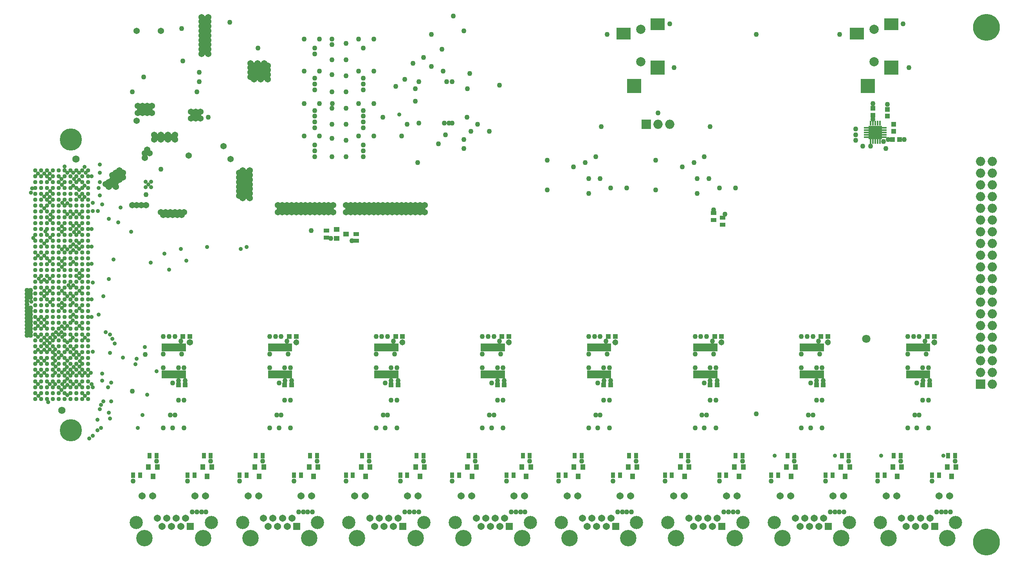
<source format=gbs>
G04 #@! TF.GenerationSoftware,KiCad,Pcbnew,(5.0.0-rc2-dev-86-gcd2224b94)*
G04 #@! TF.CreationDate,2018-04-27T13:43:40-06:00*
G04 #@! TF.ProjectId,audio_beamforming_daughter_board,617564696F5F6265616D666F726D696E,1*
G04 #@! TF.SameCoordinates,PX175d720PY88601c0*
G04 #@! TF.FileFunction,Soldermask,Bot*
G04 #@! TF.FilePolarity,Negative*
%FSLAX46Y46*%
G04 Gerber Fmt 4.6, Leading zero omitted, Abs format (unit mm)*
G04 Created by KiCad (PCBNEW (5.0.0-rc2-dev-86-gcd2224b94)) date Fri Apr 27 13:43:40 2018*
%MOMM*%
%LPD*%
G01*
G04 APERTURE LIST*
%ADD10C,1.011200*%
%ADD11R,3.004800X3.004800*%
%ADD12R,0.990000X0.420000*%
%ADD13R,0.420000X0.990000*%
%ADD14C,0.911200*%
%ADD15C,3.554800*%
%ADD16C,2.854800*%
%ADD17C,1.534800*%
%ADD18R,1.534800X1.534800*%
%ADD19R,2.004800X2.004800*%
%ADD20O,2.004800X2.004800*%
%ADD21C,4.804800*%
%ADD22R,3.104800X3.104800*%
%ADD23R,3.104800X2.504800*%
%ADD24C,2.004800*%
%ADD25C,1.104800*%
%ADD26C,1.574800*%
%ADD27C,0.944800*%
%ADD28R,1.104800X1.054800*%
%ADD29R,1.054800X1.104800*%
%ADD30R,1.104800X1.204800*%
%ADD31R,1.204800X0.804800*%
%ADD32R,0.804800X1.204800*%
%ADD33R,0.754800X1.804800*%
%ADD34C,5.804800*%
%ADD35R,1.204800X1.104800*%
%ADD36C,0.914400*%
%ADD37C,1.368800*%
%ADD38C,1.304800*%
%ADD39C,1.804800*%
G04 APERTURE END LIST*
D10*
X183850000Y93400000D03*
X184750000Y93400000D03*
X185650000Y93400000D03*
X183850000Y92500000D03*
X184750000Y92500000D03*
X185650000Y92500000D03*
X183850000Y91600000D03*
X184750000Y91600000D03*
X185650000Y91600000D03*
D11*
X184750000Y92500000D03*
D12*
X186725000Y91500000D03*
X186725000Y92000000D03*
X186725000Y92500000D03*
X186725000Y93000000D03*
X186725000Y93500000D03*
D13*
X185750000Y94475000D03*
X185250000Y94475000D03*
X184750000Y94475000D03*
X184250000Y94475000D03*
X183750000Y94475000D03*
D12*
X182775000Y93500000D03*
X182775000Y93000000D03*
X182775000Y92500000D03*
X182775000Y92000000D03*
X182775000Y91500000D03*
D13*
X183750000Y90525000D03*
X184250000Y90525000D03*
X184750000Y90525000D03*
X185250000Y90525000D03*
X185750000Y90525000D03*
D14*
X26900000Y81850000D03*
X26900000Y80650000D03*
X28100000Y81850000D03*
X28100000Y80650000D03*
X27500000Y81250000D03*
D15*
X39350000Y4570000D03*
X26650000Y4570000D03*
D16*
X41125000Y8000000D03*
X24875000Y8000000D03*
D17*
X39860000Y13710000D03*
X37570000Y13710000D03*
X28430000Y13710000D03*
X26140000Y13710000D03*
X29430000Y8890000D03*
X30450000Y7110000D03*
X31470000Y8890000D03*
X32490000Y7110000D03*
X33520000Y8890000D03*
X34530000Y7110000D03*
X35550000Y8890000D03*
D18*
X36570000Y7110000D03*
D15*
X62350000Y4570000D03*
X49650000Y4570000D03*
D16*
X64125000Y8000000D03*
X47875000Y8000000D03*
D17*
X62860000Y13710000D03*
X60570000Y13710000D03*
X51430000Y13710000D03*
X49140000Y13710000D03*
X52430000Y8890000D03*
X53450000Y7110000D03*
X54470000Y8890000D03*
X55490000Y7110000D03*
X56520000Y8890000D03*
X57530000Y7110000D03*
X58550000Y8890000D03*
D18*
X59570000Y7110000D03*
D15*
X85350000Y4570000D03*
X72650000Y4570000D03*
D16*
X87125000Y8000000D03*
X70875000Y8000000D03*
D17*
X85860000Y13710000D03*
X83570000Y13710000D03*
X74430000Y13710000D03*
X72140000Y13710000D03*
X75430000Y8890000D03*
X76450000Y7110000D03*
X77470000Y8890000D03*
X78490000Y7110000D03*
X79520000Y8890000D03*
X80530000Y7110000D03*
X81550000Y8890000D03*
D18*
X82570000Y7110000D03*
D15*
X108350000Y4570000D03*
X95650000Y4570000D03*
D16*
X110125000Y8000000D03*
X93875000Y8000000D03*
D17*
X108860000Y13710000D03*
X106570000Y13710000D03*
X97430000Y13710000D03*
X95140000Y13710000D03*
X98430000Y8890000D03*
X99450000Y7110000D03*
X100470000Y8890000D03*
X101490000Y7110000D03*
X102520000Y8890000D03*
X103530000Y7110000D03*
X104550000Y8890000D03*
D18*
X105570000Y7110000D03*
D15*
X131350000Y4570000D03*
X118650000Y4570000D03*
D16*
X133125000Y8000000D03*
X116875000Y8000000D03*
D17*
X131860000Y13710000D03*
X129570000Y13710000D03*
X120430000Y13710000D03*
X118140000Y13710000D03*
X121430000Y8890000D03*
X122450000Y7110000D03*
X123470000Y8890000D03*
X124490000Y7110000D03*
X125520000Y8890000D03*
X126530000Y7110000D03*
X127550000Y8890000D03*
D18*
X128570000Y7110000D03*
D15*
X154350000Y4570000D03*
X141650000Y4570000D03*
D16*
X156125000Y8000000D03*
X139875000Y8000000D03*
D17*
X154860000Y13710000D03*
X152570000Y13710000D03*
X143430000Y13710000D03*
X141140000Y13710000D03*
X144430000Y8890000D03*
X145450000Y7110000D03*
X146470000Y8890000D03*
X147490000Y7110000D03*
X148520000Y8890000D03*
X149530000Y7110000D03*
X150550000Y8890000D03*
D18*
X151570000Y7110000D03*
D15*
X177350000Y4570000D03*
X164650000Y4570000D03*
D16*
X179125000Y8000000D03*
X162875000Y8000000D03*
D17*
X177860000Y13710000D03*
X175570000Y13710000D03*
X166430000Y13710000D03*
X164140000Y13710000D03*
X167430000Y8890000D03*
X168450000Y7110000D03*
X169470000Y8890000D03*
X170490000Y7110000D03*
X171520000Y8890000D03*
X172530000Y7110000D03*
X173550000Y8890000D03*
D18*
X174570000Y7110000D03*
D15*
X200350000Y4570000D03*
X187650000Y4570000D03*
D16*
X202125000Y8000000D03*
X185875000Y8000000D03*
D17*
X200860000Y13710000D03*
X198570000Y13710000D03*
X189430000Y13710000D03*
X187140000Y13710000D03*
X190430000Y8890000D03*
X191450000Y7110000D03*
X192470000Y8890000D03*
X193490000Y7110000D03*
X194520000Y8890000D03*
X195530000Y7110000D03*
X196550000Y8890000D03*
D18*
X197570000Y7110000D03*
D19*
X207500000Y38000000D03*
D20*
X210040000Y38000000D03*
X207500000Y40540000D03*
X210040000Y40540000D03*
X207500000Y43080000D03*
X210040000Y43080000D03*
X207500000Y45620000D03*
X210040000Y45620000D03*
X207500000Y48160000D03*
X210040000Y48160000D03*
X207500000Y50700000D03*
X210040000Y50700000D03*
X207500000Y53240000D03*
X210040000Y53240000D03*
X207500000Y55780000D03*
X210040000Y55780000D03*
X207500000Y58320000D03*
X210040000Y58320000D03*
X207500000Y60860000D03*
X210040000Y60860000D03*
X207500000Y63400000D03*
X210040000Y63400000D03*
X207500000Y65940000D03*
X210040000Y65940000D03*
X207500000Y68480000D03*
X210040000Y68480000D03*
X207500000Y71020000D03*
X210040000Y71020000D03*
X207500000Y73560000D03*
X210040000Y73560000D03*
X207500000Y76100000D03*
X210040000Y76100000D03*
X207500000Y78640000D03*
X210040000Y78640000D03*
X207500000Y81180000D03*
X210040000Y81180000D03*
X207500000Y83720000D03*
X210040000Y83720000D03*
X207500000Y86260000D03*
X210040000Y86260000D03*
D21*
X10760000Y91000000D03*
D22*
X183100000Y102600000D03*
D23*
X188200000Y115900000D03*
X180800000Y113900000D03*
D22*
X188200000Y106500000D03*
D24*
X184500000Y107800000D03*
X184500000Y114800000D03*
D22*
X132600000Y102600000D03*
D23*
X137700000Y115900000D03*
X130300000Y113900000D03*
D22*
X137700000Y106500000D03*
D24*
X134000000Y107800000D03*
X134000000Y114800000D03*
D25*
X55750000Y38250000D03*
D26*
X8780000Y32310000D03*
X11830000Y86690000D03*
D27*
X14495000Y84265000D03*
X14495000Y82995000D03*
X14495000Y81725000D03*
X14495000Y80455000D03*
X14495000Y79185000D03*
X14495000Y77915000D03*
X14495000Y76645000D03*
X14495000Y75375000D03*
X14495000Y74105000D03*
X14495000Y72835000D03*
X14495000Y71565000D03*
X14495000Y70295000D03*
X14495000Y69025000D03*
X14495000Y67755000D03*
X14495000Y66485000D03*
X14495000Y65215000D03*
X14495000Y63945000D03*
X14495000Y62675000D03*
X14495000Y61405000D03*
X14495000Y60135000D03*
X14495000Y58865000D03*
X14495000Y57595000D03*
X14495000Y56325000D03*
X14495000Y55055000D03*
X14495000Y53785000D03*
X14495000Y52515000D03*
X14495000Y51245000D03*
X14495000Y49975000D03*
X14495000Y48705000D03*
X14495000Y47435000D03*
X14495000Y46165000D03*
X14495000Y44895000D03*
X14495000Y43625000D03*
X14495000Y42355000D03*
X14495000Y41085000D03*
X14495000Y39815000D03*
X14495000Y38545000D03*
X14495000Y37275000D03*
X14495000Y36005000D03*
X14495000Y34735000D03*
X13225000Y84265000D03*
X13225000Y82995000D03*
X13225000Y81725000D03*
X13225000Y80455000D03*
X13225000Y79185000D03*
X13225000Y77915000D03*
X13225000Y76645000D03*
X13225000Y75375000D03*
X13225000Y74105000D03*
X13225000Y72835000D03*
X13225000Y71565000D03*
X13225000Y70295000D03*
X13225000Y69025000D03*
X13225000Y67755000D03*
X13225000Y66485000D03*
X13225000Y65215000D03*
X13225000Y63945000D03*
X13225000Y62675000D03*
X13225000Y61405000D03*
X13225000Y60135000D03*
X13225000Y58865000D03*
X13225000Y57595000D03*
X13225000Y56325000D03*
X13225000Y55055000D03*
X13225000Y53785000D03*
X13225000Y52515000D03*
X13225000Y51245000D03*
X13225000Y49975000D03*
X13225000Y48705000D03*
X13225000Y47435000D03*
X13225000Y46165000D03*
X13225000Y44895000D03*
X13225000Y43625000D03*
X13225000Y42355000D03*
X13225000Y41085000D03*
X13225000Y39815000D03*
X13225000Y38545000D03*
X13225000Y37275000D03*
X13225000Y36005000D03*
X13225000Y34735000D03*
X11955000Y84265000D03*
X11955000Y82995000D03*
X11955000Y81725000D03*
X11955000Y80455000D03*
X11955000Y79185000D03*
X11955000Y77915000D03*
X11955000Y76645000D03*
X11955000Y75375000D03*
X11955000Y74105000D03*
X11955000Y72835000D03*
X11955000Y71565000D03*
X11955000Y70295000D03*
X11955000Y69025000D03*
X11955000Y67755000D03*
X11955000Y66485000D03*
X11955000Y65215000D03*
X11955000Y63945000D03*
X11955000Y62675000D03*
X11955000Y61405000D03*
X11955000Y60135000D03*
X11955000Y58865000D03*
X11955000Y57595000D03*
X11955000Y56325000D03*
X11955000Y55055000D03*
X11955000Y53785000D03*
X11955000Y52515000D03*
X11955000Y51245000D03*
X11955000Y49975000D03*
X11955000Y48705000D03*
X11955000Y47435000D03*
X11955000Y46165000D03*
X11955000Y44895000D03*
X11955000Y43625000D03*
X11955000Y42355000D03*
X11955000Y41085000D03*
X11955000Y39815000D03*
X11955000Y38545000D03*
X11955000Y37275000D03*
X11955000Y36005000D03*
X11955000Y34735000D03*
X10685000Y84265000D03*
X10685000Y82995000D03*
X10685000Y81725000D03*
X10685000Y80455000D03*
X10685000Y79185000D03*
X10685000Y77915000D03*
X10685000Y76645000D03*
X10685000Y75375000D03*
X10685000Y74105000D03*
X10685000Y72835000D03*
X10685000Y71565000D03*
X10685000Y70295000D03*
X10685000Y69025000D03*
X10685000Y67755000D03*
X10685000Y66485000D03*
X10685000Y65215000D03*
X10685000Y63945000D03*
X10685000Y62675000D03*
X10685000Y61405000D03*
X10685000Y60135000D03*
X10685000Y58865000D03*
X10685000Y57595000D03*
X10685000Y56325000D03*
X10685000Y55055000D03*
X10685000Y53785000D03*
X10685000Y52515000D03*
X10685000Y51245000D03*
X10685000Y49975000D03*
X10685000Y48705000D03*
X10685000Y47435000D03*
X10685000Y46165000D03*
X10685000Y44895000D03*
X10685000Y43625000D03*
X10685000Y42355000D03*
X10685000Y41085000D03*
X10685000Y39815000D03*
X10685000Y38545000D03*
X10685000Y37275000D03*
X10685000Y36005000D03*
X10685000Y34735000D03*
X9415000Y84265000D03*
X9415000Y82995000D03*
X9415000Y81725000D03*
X9415000Y80455000D03*
X9415000Y79185000D03*
X9415000Y77915000D03*
X9415000Y76645000D03*
X9415000Y75375000D03*
X9415000Y74105000D03*
X9415000Y72835000D03*
X9415000Y71565000D03*
X9415000Y70295000D03*
X9415000Y69025000D03*
X9415000Y67755000D03*
X9415000Y66485000D03*
X9415000Y65215000D03*
X9415000Y63945000D03*
X9415000Y62675000D03*
X9415000Y61405000D03*
X9415000Y60135000D03*
X9415000Y58865000D03*
X9415000Y57595000D03*
X9415000Y56325000D03*
X9415000Y55055000D03*
X9415000Y53785000D03*
X9415000Y52515000D03*
X9415000Y51245000D03*
X9415000Y49975000D03*
X9415000Y48705000D03*
X9415000Y47435000D03*
X9415000Y46165000D03*
X9415000Y44895000D03*
X9415000Y43625000D03*
X9415000Y42355000D03*
X9415000Y41085000D03*
X9415000Y39815000D03*
X9415000Y38545000D03*
X9415000Y37275000D03*
X9415000Y36005000D03*
X9415000Y34735000D03*
X8145000Y84265000D03*
X8145000Y82995000D03*
X8145000Y81725000D03*
X8145000Y80455000D03*
X8145000Y79185000D03*
X8145000Y77915000D03*
X8145000Y76645000D03*
X8145000Y75375000D03*
X8145000Y74105000D03*
X8145000Y72835000D03*
X8145000Y71565000D03*
X8145000Y70295000D03*
X8145000Y69025000D03*
X8145000Y67755000D03*
X8145000Y66485000D03*
X8145000Y65215000D03*
X8145000Y63945000D03*
X8145000Y62675000D03*
X8145000Y61405000D03*
X8145000Y60135000D03*
X8145000Y58865000D03*
X8145000Y57595000D03*
X8145000Y56325000D03*
X8145000Y55055000D03*
X8145000Y53785000D03*
X8145000Y52515000D03*
X8145000Y51245000D03*
X8145000Y49975000D03*
X8145000Y48705000D03*
X8145000Y47435000D03*
X8145000Y46165000D03*
X8145000Y44895000D03*
X8145000Y43625000D03*
X8145000Y42355000D03*
X8145000Y41085000D03*
X8145000Y39815000D03*
X8145000Y38545000D03*
X8145000Y37275000D03*
X8145000Y36005000D03*
X8145000Y34735000D03*
X6875000Y84265000D03*
X6875000Y82995000D03*
X6875000Y81725000D03*
X6875000Y80455000D03*
X6875000Y79185000D03*
X6875000Y77915000D03*
X6875000Y76645000D03*
X6875000Y75375000D03*
X6875000Y74105000D03*
X6875000Y72835000D03*
X6875000Y71565000D03*
X6875000Y70295000D03*
X6875000Y69025000D03*
X6875000Y67755000D03*
X6875000Y66485000D03*
X6875000Y65215000D03*
X6875000Y63945000D03*
X6875000Y62675000D03*
X6875000Y61405000D03*
X6875000Y60135000D03*
X6875000Y58865000D03*
X6875000Y57595000D03*
X6875000Y56325000D03*
X6875000Y55055000D03*
X6875000Y53785000D03*
X6875000Y52515000D03*
X6875000Y51245000D03*
X6875000Y49975000D03*
X6875000Y48705000D03*
X6875000Y47435000D03*
X6875000Y46165000D03*
X6875000Y44895000D03*
X6875000Y43625000D03*
X6875000Y42355000D03*
X6875000Y41085000D03*
X6875000Y39815000D03*
X6875000Y38545000D03*
X6875000Y37275000D03*
X6875000Y36005000D03*
X6875000Y34735000D03*
X5605000Y84265000D03*
X5605000Y82995000D03*
X5605000Y81725000D03*
X5605000Y80455000D03*
X5605000Y79185000D03*
X5605000Y77915000D03*
X5605000Y76645000D03*
X5605000Y75375000D03*
X5605000Y74105000D03*
X5605000Y72835000D03*
X5605000Y71565000D03*
X5605000Y70295000D03*
X5605000Y69025000D03*
X5605000Y67755000D03*
X5605000Y66485000D03*
X5605000Y65215000D03*
X5605000Y63945000D03*
X5605000Y62675000D03*
X5605000Y61405000D03*
X5605000Y60135000D03*
X5605000Y58865000D03*
X5605000Y57595000D03*
X5605000Y56325000D03*
X5605000Y55055000D03*
X5605000Y53785000D03*
X5605000Y52515000D03*
X5605000Y51245000D03*
X5605000Y49975000D03*
X5605000Y48705000D03*
X5605000Y47435000D03*
X5605000Y46165000D03*
X5605000Y44895000D03*
X5605000Y43625000D03*
X5605000Y42355000D03*
X5605000Y41085000D03*
X5605000Y39815000D03*
X5605000Y38545000D03*
X5605000Y37275000D03*
X5605000Y36005000D03*
X5605000Y34735000D03*
X4335000Y84265000D03*
X4335000Y82995000D03*
X4335000Y81725000D03*
X4335000Y80455000D03*
X4335000Y79185000D03*
X4335000Y77915000D03*
X4335000Y76645000D03*
X4335000Y75375000D03*
X4335000Y74105000D03*
X4335000Y72835000D03*
X4335000Y71565000D03*
X4335000Y70295000D03*
X4335000Y69025000D03*
X4335000Y67755000D03*
X4335000Y66485000D03*
X4335000Y65215000D03*
X4335000Y63945000D03*
X4335000Y62675000D03*
X4335000Y61405000D03*
X4335000Y60135000D03*
X4335000Y58865000D03*
X4335000Y57595000D03*
X4335000Y56325000D03*
X4335000Y55055000D03*
X4335000Y53785000D03*
X4335000Y52515000D03*
X4335000Y51245000D03*
X4335000Y49975000D03*
X4335000Y48705000D03*
X4335000Y47435000D03*
X4335000Y46165000D03*
X4335000Y44895000D03*
X4335000Y43625000D03*
X4335000Y42355000D03*
X4335000Y41085000D03*
X4335000Y39815000D03*
X4335000Y38545000D03*
X4335000Y37275000D03*
X4335000Y36005000D03*
X4335000Y34735000D03*
X3065000Y84265000D03*
X3065000Y82995000D03*
X3065000Y81725000D03*
X3065000Y80455000D03*
X3065000Y79185000D03*
X3065000Y77915000D03*
X3065000Y76645000D03*
X3065000Y75375000D03*
X3065000Y74105000D03*
X3065000Y72835000D03*
X3065000Y71565000D03*
X3065000Y70295000D03*
X3065000Y69025000D03*
X3065000Y67755000D03*
X3065000Y66485000D03*
X3065000Y65215000D03*
X3065000Y63945000D03*
X3065000Y62675000D03*
X3065000Y61405000D03*
X3065000Y60135000D03*
X3065000Y58865000D03*
X3065000Y57595000D03*
X3065000Y56325000D03*
X3065000Y55055000D03*
X3065000Y53785000D03*
X3065000Y52515000D03*
X3065000Y51245000D03*
X3065000Y49975000D03*
X3065000Y48705000D03*
X3065000Y47435000D03*
X3065000Y46165000D03*
X3065000Y44895000D03*
X3065000Y43625000D03*
X3065000Y42355000D03*
X3065000Y41085000D03*
X3065000Y39815000D03*
X3065000Y38545000D03*
X3065000Y37275000D03*
X3065000Y36005000D03*
X3065000Y34735000D03*
D28*
X188500000Y91000000D03*
X190000000Y91000000D03*
D29*
X188750000Y94250000D03*
X188750000Y92750000D03*
X187400000Y97500000D03*
X187400000Y96000000D03*
X184250000Y96250000D03*
X184250000Y97750000D03*
D28*
X35500000Y37750000D03*
X34000000Y37750000D03*
X35000000Y48250000D03*
X36500000Y48250000D03*
X58500000Y37750000D03*
X57000000Y37750000D03*
X58000000Y48250000D03*
X59500000Y48250000D03*
X80000000Y37750000D03*
X81500000Y37750000D03*
X82500000Y48250000D03*
X81000000Y48250000D03*
X104500000Y37750000D03*
X103000000Y37750000D03*
X104000000Y48250000D03*
X105500000Y48250000D03*
X126000000Y37750000D03*
X127500000Y37750000D03*
X128500000Y48250000D03*
X127000000Y48250000D03*
X150500000Y37750000D03*
X149000000Y37750000D03*
X150000000Y48250000D03*
X151500000Y48250000D03*
X173500000Y37750000D03*
X172000000Y37750000D03*
X173000000Y48250000D03*
X174500000Y48250000D03*
X195000000Y37750000D03*
X196500000Y37750000D03*
X197500000Y48250000D03*
X196000000Y48250000D03*
D19*
X135250000Y94250000D03*
D20*
X137790000Y94250000D03*
X140330000Y94250000D03*
D30*
X28500000Y18000000D03*
X29450000Y20000000D03*
X27550000Y20000000D03*
X40250000Y18000000D03*
X41200000Y20000000D03*
X39300000Y20000000D03*
X50550000Y20000000D03*
X52450000Y20000000D03*
X51500000Y18000000D03*
X62300000Y20000000D03*
X64200000Y20000000D03*
X63250000Y18000000D03*
X73550000Y20000000D03*
X75450000Y20000000D03*
X74500000Y18000000D03*
X86250000Y18000000D03*
X87200000Y20000000D03*
X85300000Y20000000D03*
X97500000Y18000000D03*
X98450000Y20000000D03*
X96550000Y20000000D03*
X108300000Y20000000D03*
X110200000Y20000000D03*
X109250000Y18000000D03*
X119550000Y20000000D03*
X121450000Y20000000D03*
X120500000Y18000000D03*
X131300000Y20000000D03*
X133200000Y20000000D03*
X132250000Y18000000D03*
X143500000Y18000000D03*
X144450000Y20000000D03*
X142550000Y20000000D03*
X155250000Y18000000D03*
X156200000Y20000000D03*
X154300000Y20000000D03*
X165550000Y20000000D03*
X167450000Y20000000D03*
X166500000Y18000000D03*
X178250000Y18000000D03*
X179200000Y20000000D03*
X177300000Y20000000D03*
X189500000Y18000000D03*
X190450000Y20000000D03*
X188550000Y20000000D03*
X200300000Y20000000D03*
X202200000Y20000000D03*
X201250000Y18000000D03*
D31*
X151750000Y72500000D03*
X151750000Y74000000D03*
X149750000Y75000000D03*
X149750000Y73500000D03*
D32*
X29250000Y22500000D03*
X27750000Y22500000D03*
X39500000Y22500000D03*
X41000000Y22500000D03*
X36000000Y18250000D03*
X37500000Y18250000D03*
X25750000Y18250000D03*
X24250000Y18250000D03*
X50750000Y22500000D03*
X52250000Y22500000D03*
X64000000Y22500000D03*
X62500000Y22500000D03*
X59000000Y18250000D03*
X60500000Y18250000D03*
X48750000Y18250000D03*
X47250000Y18250000D03*
X73750000Y22500000D03*
X75250000Y22500000D03*
X87000000Y22500000D03*
X85500000Y22500000D03*
X82000000Y18250000D03*
X83500000Y18250000D03*
X70250000Y18250000D03*
X71750000Y18250000D03*
X96750000Y22500000D03*
X98250000Y22500000D03*
X108500000Y22500000D03*
X110000000Y22500000D03*
X106500000Y18250000D03*
X105000000Y18250000D03*
X93250000Y18250000D03*
X94750000Y18250000D03*
X119750000Y22500000D03*
X121250000Y22500000D03*
X133000000Y22500000D03*
X131500000Y22500000D03*
X129500000Y18250000D03*
X128000000Y18250000D03*
X117750000Y18250000D03*
X116250000Y18250000D03*
X144250000Y22500000D03*
X142750000Y22500000D03*
X156000000Y22500000D03*
X154500000Y22500000D03*
X151000000Y18250000D03*
X152500000Y18250000D03*
X140750000Y18250000D03*
X139250000Y18250000D03*
X167250000Y22500000D03*
X165750000Y22500000D03*
X179000000Y22500000D03*
X177500000Y22500000D03*
X175500000Y18250000D03*
X174000000Y18250000D03*
X162250000Y18250000D03*
X163750000Y18250000D03*
X190250000Y22500000D03*
X188750000Y22500000D03*
X200500000Y22500000D03*
X202000000Y22500000D03*
X197000000Y18250000D03*
X198500000Y18250000D03*
X186750000Y18250000D03*
X185250000Y18250000D03*
D33*
X35275000Y45950000D03*
X34625000Y45950000D03*
X33975000Y45950000D03*
X33325000Y45950000D03*
X32675000Y45950000D03*
X32025000Y45950000D03*
X31375000Y45950000D03*
X30725000Y45950000D03*
X30725000Y40050000D03*
X31375000Y40050000D03*
X32025000Y40050000D03*
X32675000Y40050000D03*
X33325000Y40050000D03*
X33975000Y40050000D03*
X34625000Y40050000D03*
X35275000Y40050000D03*
X58275000Y40050000D03*
X57625000Y40050000D03*
X56975000Y40050000D03*
X56325000Y40050000D03*
X55675000Y40050000D03*
X55025000Y40050000D03*
X54375000Y40050000D03*
X53725000Y40050000D03*
X53725000Y45950000D03*
X54375000Y45950000D03*
X55025000Y45950000D03*
X55675000Y45950000D03*
X56325000Y45950000D03*
X56975000Y45950000D03*
X57625000Y45950000D03*
X58275000Y45950000D03*
X81275000Y40050000D03*
X80625000Y40050000D03*
X79975000Y40050000D03*
X79325000Y40050000D03*
X78675000Y40050000D03*
X78025000Y40050000D03*
X77375000Y40050000D03*
X76725000Y40050000D03*
X76725000Y45950000D03*
X77375000Y45950000D03*
X78025000Y45950000D03*
X78675000Y45950000D03*
X79325000Y45950000D03*
X79975000Y45950000D03*
X80625000Y45950000D03*
X81275000Y45950000D03*
X104275000Y40050000D03*
X103625000Y40050000D03*
X102975000Y40050000D03*
X102325000Y40050000D03*
X101675000Y40050000D03*
X101025000Y40050000D03*
X100375000Y40050000D03*
X99725000Y40050000D03*
X99725000Y45950000D03*
X100375000Y45950000D03*
X101025000Y45950000D03*
X101675000Y45950000D03*
X102325000Y45950000D03*
X102975000Y45950000D03*
X103625000Y45950000D03*
X104275000Y45950000D03*
X127275000Y45950000D03*
X126625000Y45950000D03*
X125975000Y45950000D03*
X125325000Y45950000D03*
X124675000Y45950000D03*
X124025000Y45950000D03*
X123375000Y45950000D03*
X122725000Y45950000D03*
X122725000Y40050000D03*
X123375000Y40050000D03*
X124025000Y40050000D03*
X124675000Y40050000D03*
X125325000Y40050000D03*
X125975000Y40050000D03*
X126625000Y40050000D03*
X127275000Y40050000D03*
X150275000Y40050000D03*
X149625000Y40050000D03*
X148975000Y40050000D03*
X148325000Y40050000D03*
X147675000Y40050000D03*
X147025000Y40050000D03*
X146375000Y40050000D03*
X145725000Y40050000D03*
X145725000Y45950000D03*
X146375000Y45950000D03*
X147025000Y45950000D03*
X147675000Y45950000D03*
X148325000Y45950000D03*
X148975000Y45950000D03*
X149625000Y45950000D03*
X150275000Y45950000D03*
X173275000Y40050000D03*
X172625000Y40050000D03*
X171975000Y40050000D03*
X171325000Y40050000D03*
X170675000Y40050000D03*
X170025000Y40050000D03*
X169375000Y40050000D03*
X168725000Y40050000D03*
X168725000Y45950000D03*
X169375000Y45950000D03*
X170025000Y45950000D03*
X170675000Y45950000D03*
X171325000Y45950000D03*
X171975000Y45950000D03*
X172625000Y45950000D03*
X173275000Y45950000D03*
X196275000Y45950000D03*
X195625000Y45950000D03*
X194975000Y45950000D03*
X194325000Y45950000D03*
X193675000Y45950000D03*
X193025000Y45950000D03*
X192375000Y45950000D03*
X191725000Y45950000D03*
X191725000Y40050000D03*
X192375000Y40050000D03*
X193025000Y40050000D03*
X193675000Y40050000D03*
X194325000Y40050000D03*
X194975000Y40050000D03*
X195625000Y40050000D03*
X196275000Y40050000D03*
D25*
X63500000Y104250000D03*
X74000000Y104250000D03*
X63500000Y103000000D03*
X74000000Y103000000D03*
X63500000Y101750000D03*
X74000000Y101750000D03*
X63500000Y97250000D03*
X74000000Y97250000D03*
X63500000Y96000000D03*
X74000000Y96000000D03*
X63500000Y94750000D03*
X74000000Y94750000D03*
X63500000Y110750000D03*
X74000000Y110750000D03*
X63500000Y89750000D03*
X74000000Y89750000D03*
X63500000Y93500000D03*
X74000000Y93500000D03*
X63500000Y88500000D03*
X74000000Y88500000D03*
X63500000Y87250000D03*
X74000000Y87250000D03*
X62750000Y71250000D03*
X180500000Y90750000D03*
X180500000Y92000000D03*
X180500000Y93250000D03*
X177000000Y113750000D03*
X192000000Y106500000D03*
X126750000Y113750000D03*
X141250000Y106500000D03*
X32750000Y38250000D03*
X34000000Y34500000D03*
X35250000Y34500000D03*
X33250000Y48250000D03*
X30750000Y48250000D03*
X32000000Y48250000D03*
X57000000Y34500000D03*
X58250000Y34500000D03*
X56250000Y48250000D03*
X53750000Y48250000D03*
X55000000Y48250000D03*
X78750000Y38250000D03*
X80000000Y34500000D03*
X81250000Y34500000D03*
X79250000Y48250000D03*
X76750000Y48250000D03*
X78000000Y48250000D03*
X101750000Y38250000D03*
X103000000Y34500000D03*
X104250000Y34500000D03*
X102250000Y48250000D03*
X99750000Y48250000D03*
X101000000Y48250000D03*
X124750000Y38250000D03*
X126000000Y34500000D03*
X127250000Y34500000D03*
X125250000Y48250000D03*
X122750000Y48250000D03*
X124000000Y48250000D03*
X147750000Y38250000D03*
X149000000Y34500000D03*
X150250000Y34500000D03*
X148250000Y48250000D03*
X145750000Y48250000D03*
X147000000Y48250000D03*
X170750000Y38250000D03*
X172000000Y34500000D03*
X173250000Y34500000D03*
X171250000Y48250000D03*
X168750000Y48250000D03*
X170000000Y48250000D03*
X193750000Y38250000D03*
X195000000Y34500000D03*
X196250000Y34500000D03*
X194250000Y48250000D03*
X191750000Y48250000D03*
X193000000Y48250000D03*
X63500000Y109500000D03*
D34*
X208750000Y115250000D03*
X208750000Y3750000D03*
D21*
X10760000Y28000000D03*
D35*
X70250000Y70500000D03*
X68250000Y71450000D03*
X68250000Y69550000D03*
D31*
X66000000Y69750000D03*
X66000000Y71250000D03*
X72500000Y70500000D03*
X72500000Y69000000D03*
D36*
X11278164Y83724328D03*
D37*
X18253946Y81265304D03*
D36*
X3700000Y51900000D03*
X5000000Y51900000D03*
D37*
X34750000Y74586810D03*
X31750000Y74586810D03*
X33750000Y74586810D03*
X30750000Y74586810D03*
X32750000Y74586810D03*
D25*
X199011100Y10250000D03*
X199988900Y10250000D03*
D36*
X14686045Y26186057D03*
X6172593Y45474007D03*
X15500000Y26750000D03*
X7391803Y45509087D03*
X16500000Y28000000D03*
X6150075Y46845879D03*
X17250000Y28500000D03*
X7397840Y44286040D03*
X16500000Y30249994D03*
X7482453Y41767547D03*
X19250000Y30500000D03*
X19000000Y31750000D03*
X7383569Y48081352D03*
X17250000Y33500000D03*
X17750000Y34250000D03*
X8750000Y49250000D03*
X19500000Y34249986D03*
X163000000Y22500000D03*
X8700016Y36700000D03*
X25250000Y28500000D03*
X176000000Y22500000D03*
X8850809Y38000000D03*
X186000000Y22500000D03*
X10000000Y39108048D03*
X26250000Y31250000D03*
X199500000Y22500000D03*
X5282611Y71030022D03*
X12500000Y82250028D03*
X8924108Y77280018D03*
X17000000Y78859610D03*
X15500000Y77250000D03*
X11287095Y59395723D03*
X12600000Y40400000D03*
X11200000Y40381083D03*
X13800000Y40390390D03*
X10000000Y37818544D03*
X8760730Y40460769D03*
X7390398Y40430253D03*
X7389562Y43009036D03*
X8749191Y44200000D03*
X7390390Y37929741D03*
X4949191Y40392160D03*
X10025097Y35548147D03*
X12600000Y37850809D03*
X11219211Y38000000D03*
X13782453Y35382453D03*
X15510176Y37276254D03*
X8900000Y48200000D03*
X11132696Y51800000D03*
X8799995Y50499995D03*
X11250000Y74750000D03*
X11387443Y70862557D03*
X5000000Y76050809D03*
X12614243Y60884268D03*
X10231390Y59367388D03*
D37*
X45250000Y86717991D03*
X27750000Y88000000D03*
X26727950Y87022050D03*
X26750000Y88000000D03*
X36250000Y87481380D03*
D36*
X10017440Y83734663D03*
X13750022Y85000000D03*
X3617547Y42982453D03*
X3749191Y35400000D03*
X5800000Y34050809D03*
X12500000Y44300809D03*
X15500000Y45000000D03*
X15500000Y60000000D03*
X15250000Y64000000D03*
X15250020Y71600589D03*
X15250000Y52500000D03*
X15267547Y67755548D03*
X12500000Y70898391D03*
X19000000Y73750000D03*
X21000000Y73000000D03*
X12545252Y72272626D03*
X48750000Y67640390D03*
X40250000Y67640390D03*
X34500020Y67250000D03*
X12500000Y68550809D03*
X35749980Y64750000D03*
X30999990Y66250000D03*
X18250000Y49250000D03*
X19250000Y48750000D03*
X19750000Y47750000D03*
X20250002Y46750000D03*
X19249996Y44750000D03*
X11300000Y44300000D03*
X12668170Y42933042D03*
X21999980Y43750000D03*
X12600000Y41800000D03*
X25000002Y43500000D03*
X15100000Y40400000D03*
X24750000Y42250000D03*
X11300000Y41700016D03*
X9912006Y41715224D03*
X19500000Y38299998D03*
X15200000Y38000000D03*
X10100000Y40399988D03*
X18750136Y37250000D03*
X27250000Y35695199D03*
X11300000Y45600000D03*
D25*
X195500000Y47250000D03*
X191750000Y44500000D03*
X195750000Y44500000D03*
X195000000Y41500000D03*
X191750000Y41500000D03*
X193750000Y28500000D03*
X196250000Y28500000D03*
X202000000Y21250000D03*
X190250000Y21250000D03*
X201000000Y10250000D03*
X191750000Y28500000D03*
X197000000Y17000000D03*
X196250000Y41500000D03*
X196500000Y38750000D03*
D38*
X197500000Y47000000D03*
D25*
X195025490Y38747168D03*
X193272581Y31277360D03*
X194250000Y31250000D03*
X198000000Y10250000D03*
X176011100Y10250000D03*
X176988900Y10250000D03*
X172500000Y47250000D03*
X168750000Y44500000D03*
X172750000Y44500000D03*
X172000000Y41500000D03*
X168750000Y41500000D03*
X170750000Y28500000D03*
X173250000Y28500000D03*
X179000000Y21250000D03*
X167250000Y21250000D03*
X178000000Y10250000D03*
X168750000Y28500000D03*
X174000000Y17000000D03*
X173250000Y41500000D03*
X173500000Y38750000D03*
D38*
X174500000Y47000000D03*
D25*
X172025490Y38747168D03*
X170272581Y31277360D03*
X171250000Y31250000D03*
X175000000Y10250000D03*
X153011100Y10250000D03*
X153988900Y10250000D03*
X149500000Y47250000D03*
X145750000Y44500000D03*
X149750000Y44500000D03*
X149000000Y41500000D03*
X145750000Y41500000D03*
X147750000Y28500000D03*
X150250000Y28500000D03*
X156000000Y21250000D03*
X144250000Y21250000D03*
X155000000Y10250000D03*
X145750000Y28500000D03*
X151000000Y17000000D03*
X150250000Y41500000D03*
X150500000Y38750000D03*
D38*
X151500000Y47000000D03*
D25*
X149025490Y38747168D03*
X147272581Y31277360D03*
X148250000Y31250000D03*
X152000000Y10250000D03*
X130011100Y10250000D03*
X130988900Y10250000D03*
X126500000Y47250000D03*
X122750000Y44500000D03*
X126750000Y44500000D03*
X126000000Y41500000D03*
X122750000Y41500000D03*
X124750000Y28500000D03*
X127250000Y28500000D03*
X133000000Y21250000D03*
X121250000Y21250000D03*
X132000000Y10250000D03*
X122750000Y28500000D03*
X128000000Y17000000D03*
X127250000Y41500000D03*
X127500000Y38750000D03*
D38*
X128500000Y47000000D03*
D25*
X126025490Y38747168D03*
X124272581Y31277360D03*
X125250000Y31250000D03*
X129000000Y10250000D03*
X107011100Y10250000D03*
X107988900Y10250000D03*
X103500000Y47250000D03*
X99750000Y44500000D03*
X103750000Y44500000D03*
X103000000Y41500000D03*
X99750000Y41500000D03*
X101750000Y28500000D03*
X104250000Y28500000D03*
X110000000Y21250000D03*
X98250000Y21250000D03*
X109000000Y10250000D03*
X99750000Y28500000D03*
X105000000Y17000000D03*
X104250000Y41500000D03*
X104500000Y38750000D03*
D38*
X105500000Y47000000D03*
D25*
X103025490Y38747168D03*
X101272581Y31277360D03*
X102250000Y31250000D03*
X106000000Y10250000D03*
X84011100Y10250000D03*
X84988900Y10250000D03*
X80500000Y47250000D03*
X76750000Y44500000D03*
X80750000Y44500000D03*
X80000000Y41500000D03*
X76750000Y41500000D03*
X78750000Y28500000D03*
X81250000Y28500000D03*
X87000000Y21250000D03*
X75250000Y21250000D03*
X86000000Y10250000D03*
X76750000Y28500000D03*
X82000000Y17000000D03*
X81250000Y41500000D03*
X81500000Y38750000D03*
D38*
X82500000Y47000000D03*
D25*
X80025490Y38747168D03*
X78272581Y31277360D03*
X79250000Y31250000D03*
X83000000Y10250000D03*
X61011100Y10250000D03*
X61988900Y10250000D03*
X57500000Y47250000D03*
X53750000Y44500000D03*
X57750000Y44500000D03*
X57000000Y41500000D03*
X53750000Y41500000D03*
X55750000Y28500000D03*
X58250000Y28500000D03*
X64000000Y21250000D03*
X52250000Y21250000D03*
X63000000Y10250000D03*
X53750000Y28500000D03*
X59000000Y17000000D03*
X58250000Y41500000D03*
X58500000Y38750000D03*
D38*
X59500000Y47000000D03*
D25*
X57025490Y38747168D03*
X55272581Y31277360D03*
X56250000Y31250000D03*
X60000000Y10250000D03*
X37000000Y10250000D03*
D39*
X182750000Y47750000D03*
D25*
X67000000Y69500000D03*
X149750000Y75750000D03*
X152250000Y74750000D03*
X71500000Y69000000D03*
X185250000Y17000000D03*
X162250000Y17000000D03*
X139250000Y17000000D03*
X116250000Y17000000D03*
X93250000Y17000000D03*
X70250000Y17000000D03*
X47250000Y17000000D03*
D36*
X17000000Y32540961D03*
X16577026Y75500000D03*
D25*
X159000000Y31500000D03*
X159000000Y113750000D03*
D36*
X23750000Y70941200D03*
X47500000Y67250000D03*
X11250000Y68250000D03*
X32000000Y62750000D03*
X28000000Y64250000D03*
X26750000Y46000000D03*
X10000000Y43000000D03*
X29250000Y40750000D03*
X10000000Y47000000D03*
X10000000Y45500000D03*
X12500000Y83750000D03*
X14000000Y83750000D03*
D25*
X67270287Y98783812D03*
D37*
X19000000Y80750000D03*
X19000000Y81750000D03*
X22000000Y82750000D03*
X22000000Y83750000D03*
X21250000Y84250000D03*
X20500000Y83750000D03*
D25*
X2000000Y56750000D03*
X2000000Y57500000D03*
X1250000Y58250000D03*
X1250000Y57500000D03*
X1250000Y56000000D03*
X2000000Y54500000D03*
X1250000Y54500000D03*
X2000000Y53750000D03*
X1250000Y53750000D03*
X2000000Y53000000D03*
X1250000Y53000000D03*
X1250000Y52250000D03*
X2000000Y52250000D03*
X2000000Y48500000D03*
X1250000Y48500000D03*
X1250000Y49250000D03*
X2000000Y49250000D03*
X2000000Y50000000D03*
X1250000Y50000000D03*
X1250000Y50750000D03*
X2000000Y50750000D03*
X2000000Y51500000D03*
X1250000Y51500000D03*
X1250000Y55250000D03*
X2000000Y58250000D03*
X1250000Y56750000D03*
X34750000Y115000000D03*
D37*
X47150000Y78750000D03*
X47150000Y82750000D03*
X47150000Y80750000D03*
X47150000Y83750000D03*
X47150000Y79750000D03*
X47150000Y81750000D03*
X47900000Y82250000D03*
X47900000Y84250000D03*
X47900000Y83250000D03*
X47900000Y81250000D03*
X47900000Y80250000D03*
X47900000Y79250000D03*
X47900000Y78250000D03*
X48650000Y81750000D03*
X48650000Y83750000D03*
X48650000Y82750000D03*
X48650000Y80750000D03*
X48650000Y79750000D03*
X48650000Y78750000D03*
X49400000Y84250000D03*
X49400000Y83250000D03*
X49400000Y82250000D03*
D25*
X51250000Y110750000D03*
D37*
X39000000Y117500000D03*
X39000000Y116500000D03*
X39000000Y115500000D03*
X39000000Y114500000D03*
X39000000Y113500000D03*
X39000000Y112500000D03*
X39000000Y111500000D03*
X39000000Y110500000D03*
X39000000Y109500000D03*
X39750000Y110000000D03*
X39750000Y111000000D03*
X39750000Y112000000D03*
X39750000Y113000000D03*
X39750000Y114000000D03*
X39750000Y115000000D03*
X39750000Y116000000D03*
X39750000Y117000000D03*
X40500000Y117500000D03*
X40500000Y116500000D03*
X40500000Y115500000D03*
X40500000Y114500000D03*
X40500000Y113500000D03*
X40500000Y112500000D03*
X40500000Y111500000D03*
X40500000Y110500000D03*
X40500000Y109500000D03*
D36*
X17000000Y85500000D03*
X9400000Y85100000D03*
D37*
X61500000Y75250000D03*
X55500000Y75250000D03*
X65500000Y75250000D03*
X66500000Y75250000D03*
X58500000Y75250000D03*
X67500000Y75250000D03*
X60500000Y75250000D03*
X57500000Y75250000D03*
X64500000Y75250000D03*
X59500000Y75250000D03*
X56500000Y75250000D03*
X62500000Y75250000D03*
X63500000Y75250000D03*
X57000000Y76000000D03*
X56000000Y76000000D03*
X58000000Y76000000D03*
X60000000Y76000000D03*
X61000000Y76000000D03*
X59000000Y76000000D03*
X63000000Y76000000D03*
X62000000Y76000000D03*
X64000000Y76000000D03*
X65000000Y76000000D03*
X66000000Y76000000D03*
X67000000Y76000000D03*
X67500000Y76750000D03*
X66500000Y76750000D03*
X65500000Y76750000D03*
X64500000Y76750000D03*
X63500000Y76750000D03*
X62500000Y76750000D03*
X61500000Y76750000D03*
X60500000Y76750000D03*
X59500000Y76750000D03*
X58500000Y76750000D03*
X57500000Y76750000D03*
X56500000Y76750000D03*
X55500000Y76750000D03*
D36*
X5000000Y57000000D03*
X6250000Y55750000D03*
D37*
X72250000Y75250000D03*
X86250000Y75250000D03*
X82250000Y75250000D03*
X81250000Y75250000D03*
X79250000Y75250000D03*
X73250000Y75250000D03*
X84250000Y75250000D03*
X83250000Y75250000D03*
X75250000Y75250000D03*
X85250000Y75250000D03*
X80250000Y75250000D03*
X78250000Y75250000D03*
X76250000Y75250000D03*
X87250000Y75250000D03*
X74250000Y75250000D03*
X71250000Y75250000D03*
X70250000Y75250000D03*
X77250000Y75250000D03*
X74750000Y76000000D03*
X72750000Y76000000D03*
X70750000Y76000000D03*
X73750000Y76000000D03*
X71750000Y76000000D03*
X78750000Y76000000D03*
X79750000Y76000000D03*
X80750000Y76000000D03*
X77750000Y76000000D03*
X76750000Y76000000D03*
X75750000Y76000000D03*
X85750000Y76000000D03*
X81750000Y76000000D03*
X83750000Y76000000D03*
X82750000Y76000000D03*
X84750000Y76000000D03*
X86750000Y76000000D03*
X87250000Y76750000D03*
X86250000Y76750000D03*
X85250000Y76750000D03*
X84250000Y76750000D03*
X83250000Y76750000D03*
X82250000Y76750000D03*
X80250000Y76750000D03*
X81250000Y76750000D03*
X79250000Y76750000D03*
X78250000Y76750000D03*
X77250000Y76750000D03*
X76250000Y76750000D03*
X75250000Y76750000D03*
X74250000Y76750000D03*
X73250000Y76750000D03*
X72250000Y76750000D03*
X71250000Y76750000D03*
X70250000Y76750000D03*
X21250000Y82250000D03*
X21250000Y83250000D03*
X19750000Y83250000D03*
X19750000Y82250000D03*
X19750000Y81250000D03*
X38750000Y95500000D03*
X37750000Y95500000D03*
X36750000Y95500000D03*
X38250000Y96250000D03*
X37250000Y96250000D03*
X36750000Y97000000D03*
X37750000Y97000000D03*
X38750000Y97000000D03*
X28250000Y98250000D03*
X27250000Y98250000D03*
X26250000Y98250000D03*
X25250000Y98250000D03*
X25750000Y97500000D03*
X26750000Y97500000D03*
X27750000Y97500000D03*
X28250000Y96750000D03*
X27250000Y96750000D03*
X26250000Y96750000D03*
X25250000Y96750000D03*
X33250000Y92000000D03*
X33250000Y91000000D03*
X32500000Y91500000D03*
X31750000Y92000000D03*
X31750000Y91000000D03*
X31000000Y91500000D03*
X30250000Y92000000D03*
X30250000Y91000000D03*
X29500000Y91500000D03*
X28750000Y92000000D03*
X28750000Y91000000D03*
X35250000Y75250000D03*
X34250000Y75250000D03*
X33250000Y75250000D03*
X32250000Y75250000D03*
X31250000Y75250000D03*
X30250000Y75250000D03*
X53350000Y104000000D03*
X51100000Y107500000D03*
X51100000Y104500000D03*
X53350000Y107000000D03*
X51100000Y106500000D03*
X53350000Y106000000D03*
X53350000Y105000000D03*
X51100000Y105500000D03*
X49600000Y105500000D03*
X50350000Y105000000D03*
X49600000Y104500000D03*
X49600000Y106500000D03*
X51850000Y106000000D03*
X51850000Y104000000D03*
X51850000Y105000000D03*
X51850000Y107000000D03*
X49600000Y107500000D03*
X50350000Y106000000D03*
X50350000Y104000000D03*
D36*
X21461172Y76250000D03*
D25*
X26800000Y44400000D03*
X45100000Y116400000D03*
X24000000Y101250000D03*
X35000000Y108000000D03*
X38500000Y105500000D03*
X38500000Y103500000D03*
X38000000Y101250000D03*
X40500000Y95750000D03*
D37*
X43750000Y89500000D03*
X27250000Y88750000D03*
X27000000Y76750000D03*
X26000000Y76750000D03*
D25*
X91000000Y110500000D03*
D36*
X6323014Y74684592D03*
D25*
X33250000Y31250000D03*
X67250000Y105000000D03*
X85750000Y86000000D03*
X27003053Y78986566D03*
X96500000Y101939799D03*
X96420302Y95759505D03*
X184239336Y95360238D03*
D37*
X52600000Y107500000D03*
X50350000Y107000000D03*
X52600000Y106500000D03*
D25*
X151000000Y80500000D03*
X127500000Y80500000D03*
X145500000Y86000000D03*
X122000000Y86000000D03*
X186500000Y90500000D03*
X187000000Y89000000D03*
X183750000Y89500000D03*
X182000000Y89500000D03*
X125250000Y82500000D03*
D36*
X5000000Y46750000D03*
X7500000Y49250000D03*
X6250000Y73500000D03*
X11250000Y81000000D03*
X17000000Y83750000D03*
X17000000Y81750000D03*
X16795000Y80455000D03*
X17500000Y38750000D03*
X13750000Y81000000D03*
X12500000Y80000000D03*
X17500000Y76904000D03*
X16741999Y53008001D03*
X11250000Y53000000D03*
X17750000Y57000000D03*
X11250000Y57000000D03*
X19000000Y60750000D03*
X20000000Y65000000D03*
X11250000Y64500000D03*
X17500000Y40250000D03*
D25*
X32272581Y31277360D03*
D36*
X15500000Y75500000D03*
X15250000Y56308800D03*
D25*
X34025490Y38747168D03*
D36*
X3600000Y38000000D03*
X3600000Y40400000D03*
X6200000Y38000000D03*
X5000000Y43000000D03*
X5000000Y45400000D03*
X3600000Y45400000D03*
X5000000Y48000000D03*
X3600000Y48200000D03*
X8800000Y58200000D03*
X12600000Y58200000D03*
X6200000Y64600000D03*
X10000000Y50600000D03*
X12600000Y50600000D03*
X12600000Y54400000D03*
X11200000Y55600000D03*
X8800000Y55600000D03*
X10000000Y57000000D03*
X5000000Y50600000D03*
X3600000Y50600000D03*
X2200000Y55800000D03*
X5000000Y58200000D03*
X6200000Y58200000D03*
X3800000Y60800000D03*
X5000000Y60600000D03*
X6200000Y60800000D03*
X12600000Y62000000D03*
X8800000Y64600000D03*
X5000000Y68400000D03*
X3600000Y65800000D03*
X5000000Y65800000D03*
X8800000Y67200000D03*
X10000000Y67200000D03*
X8800000Y71000000D03*
X12600000Y78600000D03*
X10000000Y77200000D03*
X12600000Y74800000D03*
X10000000Y74800000D03*
X2600000Y69600000D03*
X5000000Y78600000D03*
X2143224Y79456776D03*
X2400000Y80400000D03*
X3600000Y83600000D03*
X5000000Y83600000D03*
X11400000Y82400000D03*
X15200000Y83000000D03*
D25*
X24000000Y36400000D03*
D36*
X13800000Y48000000D03*
X11200000Y48000000D03*
X6250000Y69750000D03*
X11250000Y67000000D03*
X12500000Y67250000D03*
X13750000Y78500000D03*
D25*
X147750000Y87250000D03*
X146250000Y79250000D03*
X124250000Y87250000D03*
X122750000Y79250000D03*
X137250000Y86500000D03*
X137250000Y80000000D03*
X113750000Y86500000D03*
X113750000Y80000000D03*
X154500000Y80500000D03*
D36*
X11250000Y72250000D03*
D25*
X148750000Y82500000D03*
X146250000Y82500000D03*
X122750000Y82500000D03*
X143000000Y85000000D03*
X131000000Y80500000D03*
X119500000Y85000000D03*
X190750000Y116000000D03*
X140250000Y116000000D03*
D37*
X25000000Y76750000D03*
X24000000Y76750000D03*
X25000000Y114500000D03*
D25*
X26500000Y104500000D03*
X95750000Y89000000D03*
X95750000Y91000000D03*
X88750000Y106750000D03*
X92000000Y103500000D03*
X93250000Y103500000D03*
X97000000Y105250000D03*
X101250000Y92750000D03*
X98750000Y94250000D03*
X97250000Y92750000D03*
X91500000Y94500000D03*
X93250000Y94500000D03*
X92500000Y94500000D03*
X90250000Y90000000D03*
X187400000Y98550000D03*
X67250000Y91250000D03*
X67250000Y112750000D03*
X64500000Y112750000D03*
X64500000Y105750000D03*
X64500000Y98750000D03*
X64500000Y91750000D03*
D36*
X8780000Y63384477D03*
D37*
X36500000Y47000000D03*
D36*
X8700000Y82400000D03*
X8800000Y81100000D03*
X6200000Y77300000D03*
X6250000Y79750000D03*
D25*
X73000000Y112750000D03*
X73000000Y105750000D03*
X73000000Y98750000D03*
X73000000Y91750000D03*
X84750000Y107500000D03*
X83500000Y94250000D03*
X83000000Y104000000D03*
D36*
X8769157Y54482427D03*
X6200000Y83600000D03*
X6200000Y82400000D03*
X6200000Y78500000D03*
X8800000Y72200000D03*
D25*
X184250000Y98750000D03*
X191000000Y91000000D03*
X137750000Y96750000D03*
D37*
X20500000Y80750000D03*
X20500000Y82750000D03*
X20500000Y81750000D03*
D25*
X35500000Y38750000D03*
X35250000Y41500000D03*
X24250000Y17000000D03*
X36000000Y17000000D03*
X30750000Y28500000D03*
X30250000Y84500000D03*
D37*
X30250000Y114500000D03*
D25*
X91250000Y105750000D03*
X103500000Y102750000D03*
X91750000Y92000000D03*
D37*
X52600000Y104500000D03*
X52600000Y105500000D03*
D25*
X187500000Y91000000D03*
X149000000Y93750000D03*
X125500000Y93750000D03*
D37*
X49400000Y78250000D03*
X49400000Y79250000D03*
X49400000Y80250000D03*
X49400000Y81250000D03*
D25*
X87000000Y108750000D03*
D36*
X81750000Y96404000D03*
D37*
X25000000Y95000000D03*
D25*
X67250000Y111500000D03*
X67250000Y108250000D03*
X70250000Y108250000D03*
X70250000Y111750000D03*
X70250000Y104750000D03*
X70250000Y101250000D03*
X67250000Y101250000D03*
X67250000Y97750000D03*
X70250000Y97750000D03*
X70250000Y94250000D03*
X67250000Y94250000D03*
X67250000Y87250000D03*
X70250000Y87250000D03*
X70250000Y90750000D03*
X76250000Y91750000D03*
X76250000Y98750000D03*
X76250000Y105750000D03*
X76250000Y112750000D03*
X61250000Y112750000D03*
X61250000Y105750000D03*
X61250000Y98750000D03*
X61250000Y91750000D03*
X78250000Y95750000D03*
X81000000Y102500000D03*
X88750000Y113750000D03*
X93500000Y117750000D03*
X95750000Y114500000D03*
X86000000Y94500000D03*
X82250000Y91750000D03*
X85250000Y99250000D03*
X85250000Y102000000D03*
X86000000Y103500000D03*
D36*
X6250000Y48000000D03*
D25*
X40000000Y10250000D03*
X29250000Y21250000D03*
X41000000Y21250000D03*
X35250000Y28500000D03*
X32750000Y28500000D03*
X30750000Y41500000D03*
X34000000Y41500000D03*
X34750000Y44500000D03*
X30750000Y44500000D03*
X34500000Y47250000D03*
X38988900Y10250000D03*
X38011100Y10250000D03*
M02*

</source>
